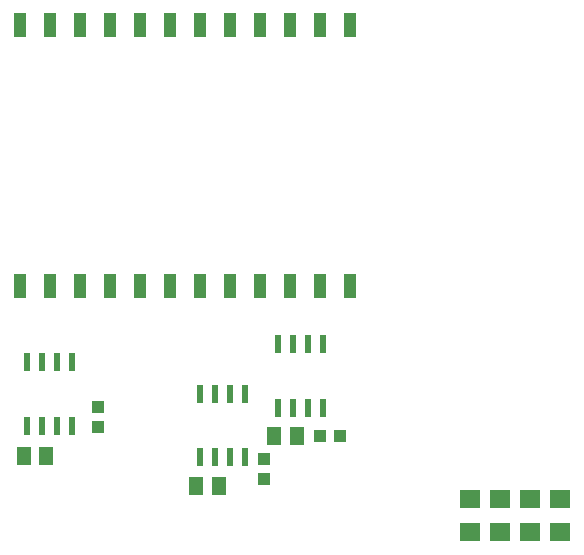
<source format=gbp>
G04 EAGLE Gerber RS-274X export*
G75*
%MOMM*%
%FSLAX34Y34*%
%LPD*%
%INSolderpaste Bottom*%
%IPPOS*%
%AMOC8*
5,1,8,0,0,1.08239X$1,22.5*%
G01*
%ADD10R,1.000000X2.000000*%
%ADD11R,0.550000X1.500000*%
%ADD12R,1.300000X1.500000*%
%ADD13R,1.000000X1.100000*%
%ADD14R,1.100000X1.000000*%
%ADD15R,1.803000X1.600000*%


D10*
X355600Y270700D03*
X381000Y270700D03*
X406400Y270700D03*
X431800Y270700D03*
X457200Y270700D03*
X482600Y270700D03*
X508000Y270700D03*
X533400Y270700D03*
X558800Y270700D03*
X584200Y270700D03*
X609600Y270700D03*
X635000Y270700D03*
X355600Y491300D03*
X381000Y491300D03*
X406400Y491300D03*
X431800Y491300D03*
X457200Y491300D03*
X482600Y491300D03*
X508000Y491300D03*
X533400Y491300D03*
X558800Y491300D03*
X584200Y491300D03*
X609600Y491300D03*
X635000Y491300D03*
D11*
X374650Y152070D03*
X387350Y152070D03*
X400050Y152070D03*
X361950Y152070D03*
X361950Y206070D03*
X374650Y206070D03*
X387350Y206070D03*
X400050Y206070D03*
D12*
X377800Y127000D03*
X358800Y127000D03*
D11*
X586740Y167310D03*
X599440Y167310D03*
X612140Y167310D03*
X574040Y167310D03*
X574040Y221310D03*
X586740Y221310D03*
X599440Y221310D03*
X612140Y221310D03*
D12*
X589890Y143510D03*
X570890Y143510D03*
D11*
X520700Y125400D03*
X533400Y125400D03*
X546100Y125400D03*
X508000Y125400D03*
X508000Y179400D03*
X520700Y179400D03*
X533400Y179400D03*
X546100Y179400D03*
D12*
X523850Y101600D03*
X504850Y101600D03*
D13*
X421640Y151520D03*
X421640Y168520D03*
X562610Y124070D03*
X562610Y107070D03*
D14*
X626990Y143510D03*
X609990Y143510D03*
D15*
X736600Y61980D03*
X736600Y90420D03*
X762000Y61980D03*
X762000Y90420D03*
X787400Y61980D03*
X787400Y90420D03*
X812800Y61980D03*
X812800Y90420D03*
M02*

</source>
